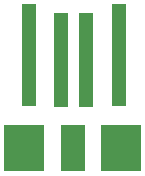
<source format=gtp>
G04 #@! TF.GenerationSoftware,KiCad,Pcbnew,5.1.4+dfsg1-1*
G04 #@! TF.CreationDate,2019-11-18T14:26:36+01:00*
G04 #@! TF.ProjectId,USB-LED-Otter,5553422d-4c45-4442-9d4f-747465722e6b,rev?*
G04 #@! TF.SameCoordinates,Original*
G04 #@! TF.FileFunction,Paste,Top*
G04 #@! TF.FilePolarity,Positive*
%FSLAX46Y46*%
G04 Gerber Fmt 4.6, Leading zero omitted, Abs format (unit mm)*
G04 Created by KiCad (PCBNEW 5.1.4+dfsg1-1) date 2019-11-18 14:26:36*
%MOMM*%
%LPD*%
G04 APERTURE LIST*
%ADD10R,3.500000X4.000000*%
%ADD11R,2.000000X4.000000*%
%ADD12R,1.270000X8.000000*%
%ADD13R,1.270000X8.700000*%
G04 APERTURE END LIST*
D10*
X51900000Y-62800000D03*
X60100000Y-62800000D03*
D11*
X56000000Y-62800000D03*
D12*
X57167000Y-55300000D03*
X55033000Y-55300000D03*
D13*
X59950000Y-54950000D03*
X52290000Y-54950000D03*
M02*

</source>
